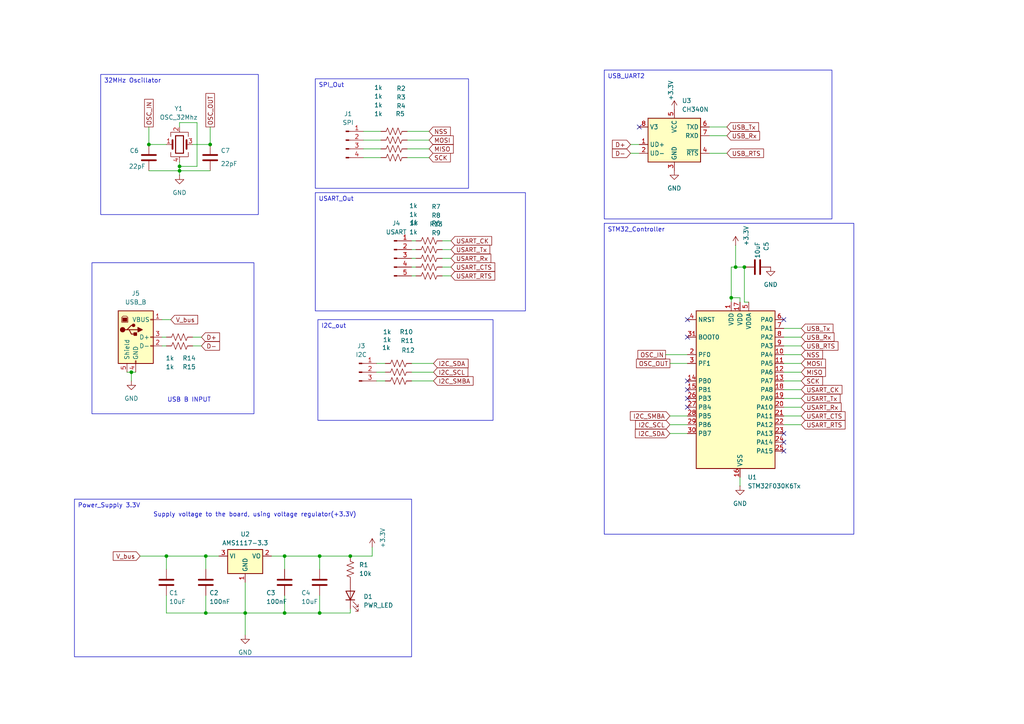
<source format=kicad_sch>
(kicad_sch (version 20231120) (generator "eeschema") (generator_version "8.0")
  (paper "A4")
  (lib_symbols
    (symbol "Connector:Conn_01x03_Pin" (pin_names (offset 1.016) hide)
      (property "Reference" "J" (at 0 5.08 0))
      (property "Value" "Conn_01x03_Pin" (at 0 -5.08 0))
      (symbol "Conn_01x03_Pin_1_1"
        (polyline (pts (xy 1.27 -2.54) (xy 0.8636 -2.54)) (stroke (width 0.1524)))
        (polyline (pts (xy 1.27 0) (xy 0.8636 0)) (stroke (width 0.1524)))
        (polyline (pts (xy 1.27 2.54) (xy 0.8636 2.54)) (stroke (width 0.1524)))
        (rectangle (start 0.8636 -2.413) (end 0 -2.667) (stroke (width 0.1524)) (fill (type outline)))
        (rectangle (start 0.8636 0.127) (end 0 -0.127) (stroke (width 0.1524)) (fill (type outline)))
        (rectangle (start 0.8636 2.667) (end 0 2.413) (stroke (width 0.1524)) (fill (type outline)))
        (pin passive line (at 5.08 2.54 180) (length 3.81) (name "Pin_1") (number "1"))
        (pin passive line (at 5.08 0 180) (length 3.81) (name "Pin_2") (number "2"))
        (pin passive line (at 5.08 -2.54 180) (length 3.81) (name "Pin_3") (number "3"))
      )
    )
    (symbol "Connector:Conn_01x04_Pin" (pin_names (offset 1.016) hide)
      (property "Reference" "J" (at 0 5.08 0))
      (property "Value" "Conn_01x04_Pin" (at 0 -7.62 0))
      (symbol "Conn_01x04_Pin_1_1"
        (polyline (pts (xy 1.27 -5.08) (xy 0.8636 -5.08)) (stroke (width 0.1524)))
        (polyline (pts (xy 1.27 -2.54) (xy 0.8636 -2.54)) (stroke (width 0.1524)))
        (polyline (pts (xy 1.27 0) (xy 0.8636 0)) (stroke (width 0.1524)))
        (polyline (pts (xy 1.27 2.54) (xy 0.8636 2.54)) (stroke (width 0.1524)))
        (rectangle (start 0.8636 -4.953) (end 0 -5.207) (stroke (width 0.1524)) (fill (type outline)))
        (rectangle (start 0.8636 -2.413) (end 0 -2.667) (stroke (width 0.1524)) (fill (type outline)))
        (rectangle (start 0.8636 0.127) (end 0 -0.127) (stroke (width 0.1524)) (fill (type outline)))
        (rectangle (start 0.8636 2.667) (end 0 2.413) (stroke (width 0.1524)) (fill (type outline)))
        (pin passive line (at 5.08 2.54 180) (length 3.81) (name "Pin_1") (number "1"))
        (pin passive line (at 5.08 0 180) (length 3.81) (name "Pin_2") (number "2"))
        (pin passive line (at 5.08 -2.54 180) (length 3.81) (name "Pin_3") (number "3"))
        (pin passive line (at 5.08 -5.08 180) (length 3.81) (name "Pin_4") (number "4"))
      )
    )
    (symbol "Connector:Conn_01x05_Pin" (pin_names (offset 1.016) hide)
      (property "Reference" "J" (at 0 7.62 0))
      (property "Value" "Conn_01x05_Pin" (at 0 -7.62 0))
      (symbol "Conn_01x05_Pin_1_1"
        (polyline (pts (xy 1.27 -5.08) (xy 0.8636 -5.08)) (stroke (width 0.1524)))
        (polyline (pts (xy 1.27 -2.54) (xy 0.8636 -2.54)) (stroke (width 0.1524)))
        (polyline (pts (xy 1.27 0) (xy 0.8636 0)) (stroke (width 0.1524)))
        (polyline (pts (xy 1.27 2.54) (xy 0.8636 2.54)) (stroke (width 0.1524)))
        (polyline (pts (xy 1.27 5.08) (xy 0.8636 5.08)) (stroke (width 0.1524)))
        (rectangle (start 0.8636 -4.953) (end 0 -5.207) (stroke (width 0.1524)) (fill (type outline)))
        (rectangle (start 0.8636 -2.413) (end 0 -2.667) (stroke (width 0.1524)) (fill (type outline)))
        (rectangle (start 0.8636 0.127) (end 0 -0.127) (stroke (width 0.1524)) (fill (type outline)))
        (rectangle (start 0.8636 2.667) (end 0 2.413) (stroke (width 0.1524)) (fill (type outline)))
        (rectangle (start 0.8636 5.207) (end 0 4.953) (stroke (width 0.1524)) (fill (type outline)))
        (pin passive line (at 5.08 5.08 180) (length 3.81) (name "Pin_1") (number "1"))
        (pin passive line (at 5.08 2.54 180) (length 3.81) (name "Pin_2") (number "2"))
        (pin passive line (at 5.08 0 180) (length 3.81) (name "Pin_3") (number "3"))
        (pin passive line (at 5.08 -2.54 180) (length 3.81) (name "Pin_4") (number "4"))
        (pin passive line (at 5.08 -5.08 180) (length 3.81) (name "Pin_5") (number "5"))
      )
    )
    (symbol "Connector:USB_B" (pin_names (offset 1.016))
      (property "Reference" "J" (at -5.08 11.43 0))
      (property "Value" "USB_B" (at -5.08 8.89 0))
      (symbol "USB_B_0_1"
        (rectangle (start -5.08 -7.62) (end 5.08 7.62) (stroke (width 0.254)) (fill (type background)))
        (circle (center -3.81 2.159) (radius 0.635) (stroke (width 0.254)) (fill (type outline)))
        (rectangle (start -3.81 5.588) (end -2.54 4.572) (fill (type outline)))
        (circle (center -0.635 3.429) (radius 0.381) (stroke (width 0.254)) (fill (type outline)))
        (rectangle (start -0.127 -7.62) (end 0.127 -6.858))
        (polyline (pts (xy -1.905 2.159) (xy 0.635 2.159)) (stroke (width 0.254)))
        (polyline (pts (xy -3.175 2.159) (xy -2.54 2.159) (xy -1.27 3.429) (xy -0.635 3.429)) (stroke (width 0.254)))
        (polyline (pts (xy -2.54 2.159) (xy -1.905 2.159) (xy -1.27 0.889) (xy 0 0.889)) (stroke (width 0.254)))
        (polyline (pts (xy 0.635 2.794) (xy 0.635 1.524) (xy 1.905 2.159) (xy 0.635 2.794)) (stroke (width 0.254)) (fill (type outline)))
        (polyline (pts (xy -4.064 4.318) (xy -2.286 4.318) (xy -2.286 5.715) (xy -2.667 6.096) (xy -3.683 6.096) (xy -4.064 5.715) (xy -4.064 4.318)))
        (rectangle (start 0.254 1.27) (end -0.508 0.508) (stroke (width 0.254)) (fill (type outline)))
        (rectangle (start 5.08 -2.667) (end 4.318 -2.413))
        (rectangle (start 5.08 -0.127) (end 4.318 0.127))
        (rectangle (start 5.08 4.953) (end 4.318 5.207))
      )
      (symbol "USB_B_1_1"
        (pin power_out line (at 7.62 5.08 180) (length 2.54) (name "VBUS") (number "1"))
        (pin bidirectional line (at 7.62 -2.54 180) (length 2.54) (name "D-") (number "2"))
        (pin bidirectional line (at 7.62 0 180) (length 2.54) (name "D+") (number "3"))
        (pin power_out line (at 0 -10.16 90) (length 2.54) (name "GND") (number "4"))
        (pin passive line (at -2.54 -10.16 90) (length 2.54) (name "Shield") (number "5"))
      )
    )
    (symbol "Device:C" (pin_numbers hide) (pin_names (offset 0.254))
      (property "Reference" "C" (at 0.635 2.54 0))
      (property "Value" "C" (at 0.635 -2.54 0))
      (symbol "C_0_1"
        (polyline (pts (xy -2.032 -0.762) (xy 2.032 -0.762)) (stroke (width 0.508)))
        (polyline (pts (xy -2.032 0.762) (xy 2.032 0.762)) (stroke (width 0.508)))
      )
      (symbol "C_1_1"
        (pin passive line (at 0 3.81 270) (length 2.794) (name "~") (number "1"))
        (pin passive line (at 0 -3.81 90) (length 2.794) (name "~") (number "2"))
      )
    )
    (symbol "Device:Crystal_GND24" (pin_names (offset 1.016) hide)
      (property "Reference" "Y" (at 3.175 5.08 0))
      (property "Value" "Crystal_GND24" (at 3.175 3.175 0))
      (symbol "Crystal_GND24_0_1"
        (rectangle (start -1.143 2.54) (end 1.143 -2.54) (stroke (width 0.3048)))
        (polyline (pts (xy -2.54 0) (xy -2.032 0)))
        (polyline (pts (xy -2.032 -1.27) (xy -2.032 1.27)) (stroke (width 0.508)))
        (polyline (pts (xy 0 -3.81) (xy 0 -3.556)))
        (polyline (pts (xy 0 3.556) (xy 0 3.81)))
        (polyline (pts (xy 2.032 -1.27) (xy 2.032 1.27)) (stroke (width 0.508)))
        (polyline (pts (xy 2.032 0) (xy 2.54 0)))
        (polyline (pts (xy -2.54 -2.286) (xy -2.54 -3.556) (xy 2.54 -3.556) (xy 2.54 -2.286)))
        (polyline (pts (xy -2.54 2.286) (xy -2.54 3.556) (xy 2.54 3.556) (xy 2.54 2.286)))
      )
      (symbol "Crystal_GND24_1_1"
        (pin passive line (at -3.81 0 0) (length 1.27) (name "1") (number "1"))
        (pin passive line (at 0 5.08 270) (length 1.27) (name "2") (number "2"))
        (pin passive line (at 3.81 0 180) (length 1.27) (name "3") (number "3"))
        (pin passive line (at 0 -5.08 90) (length 1.27) (name "4") (number "4"))
      )
    )
    (symbol "Device:LED" (pin_numbers hide) (pin_names (offset 1.016) hide)
      (property "Reference" "D" (at 0 2.54 0))
      (property "Value" "LED" (at 0 -2.54 0))
      (symbol "LED_0_1"
        (polyline (pts (xy -1.27 -1.27) (xy -1.27 1.27)) (stroke (width 0.254)))
        (polyline (pts (xy -1.27 0) (xy 1.27 0)))
        (polyline (pts (xy 1.27 -1.27) (xy 1.27 1.27) (xy -1.27 0) (xy 1.27 -1.27)) (stroke (width 0.254)))
        (polyline (pts (xy -3.048 -0.762) (xy -4.572 -2.286) (xy -3.81 -2.286) (xy -4.572 -2.286) (xy -4.572 -1.524)))
        (polyline (pts (xy -1.778 -0.762) (xy -3.302 -2.286) (xy -2.54 -2.286) (xy -3.302 -2.286) (xy -3.302 -1.524)))
      )
      (symbol "LED_1_1"
        (pin passive line (at -3.81 0 0) (length 2.54) (name "K") (number "1"))
        (pin passive line (at 3.81 0 180) (length 2.54) (name "A") (number "2"))
      )
    )
    (symbol "Device:R_US" (pin_numbers hide) (pin_names (offset 0))
      (property "Reference" "R" (at 2.54 0 90))
      (property "Value" "R_US" (at -2.54 0 90))
      (symbol "R_US_0_1"
        (polyline (pts (xy 0 -2.286) (xy 0 -2.54)))
        (polyline (pts (xy 0 2.286) (xy 0 2.54)))
        (polyline (pts (xy 0 -0.762) (xy 1.016 -1.143) (xy 0 -1.524) (xy -1.016 -1.905) (xy 0 -2.286)))
        (polyline (pts (xy 0 0.762) (xy 1.016 0.381) (xy 0 0) (xy -1.016 -0.381) (xy 0 -0.762)))
        (polyline (pts (xy 0 2.286) (xy 1.016 1.905) (xy 0 1.524) (xy -1.016 1.143) (xy 0 0.762)))
      )
      (symbol "R_US_1_1"
        (pin passive line (at 0 3.81 270) (length 1.27) (name "~") (number "1"))
        (pin passive line (at 0 -3.81 90) (length 1.27) (name "~") (number "2"))
      )
    )
    (symbol "Interface_USB:CH340N"
      (property "Reference" "U" (at -7.62 6.35 0))
      (property "Value" "CH340N" (at 7.62 6.35 0))
      (symbol "CH340N_0_1"
        (rectangle (start -7.62 5.08) (end 7.62 -7.62) (stroke (width 0.254)) (fill (type background)))
      )
      (symbol "CH340N_1_1"
        (pin bidirectional line (at -10.16 -2.54 0) (length 2.54) (name "UD+") (number "1"))
        (pin bidirectional line (at -10.16 -5.08 0) (length 2.54) (name "UD-") (number "2"))
        (pin power_in line (at 0 -10.16 90) (length 2.54) (name "GND") (number "3"))
        (pin output line (at 10.16 -5.08 180) (length 2.54) (name "~{RTS}") (number "4"))
        (pin power_in line (at 0 7.62 270) (length 2.54) (name "VCC") (number "5"))
        (pin output line (at 10.16 2.54 180) (length 2.54) (name "TXD") (number "6"))
        (pin input line (at 10.16 0 180) (length 2.54) (name "RXD") (number "7"))
        (pin passive line (at -10.16 2.54 0) (length 2.54) (name "V3") (number "8"))
      )
    )
    (symbol "MCU_ST_STM32F0:STM32F030K6Tx"
      (property "Reference" "U" (at -10.16 24.13 0))
      (property "Value" "STM32F030K6Tx" (at 7.62 24.13 0))
      (symbol "STM32F030K6Tx_0_1"
        (rectangle (start -10.16 -22.86) (end 12.7 22.86) (stroke (width 0.254)) (fill (type background)))
      )
      (symbol "STM32F030K6Tx_1_1"
        (pin power_in line (at 0 25.4 270) (length 2.54) (name "VDD") (number "1"))
        (pin bidirectional line (at 15.24 10.16 180) (length 2.54) (name "PA4") (number "10"))
        (pin bidirectional line (at 15.24 7.62 180) (length 2.54) (name "PA5") (number "11"))
        (pin bidirectional line (at 15.24 5.08 180) (length 2.54) (name "PA6") (number "12"))
        (pin bidirectional line (at 15.24 2.54 180) (length 2.54) (name "PA7") (number "13"))
        (pin bidirectional line (at -12.7 2.54 0) (length 2.54) (name "PB0") (number "14"))
        (pin bidirectional line (at -12.7 0 0) (length 2.54) (name "PB1") (number "15"))
        (pin power_in line (at 2.54 -25.4 90) (length 2.54) (name "VSS") (number "16"))
        (pin power_in line (at 2.54 25.4 270) (length 2.54) (name "VDD") (number "17"))
        (pin bidirectional line (at 15.24 0 180) (length 2.54) (name "PA8") (number "18"))
        (pin bidirectional line (at 15.24 -2.54 180) (length 2.54) (name "PA9") (number "19"))
        (pin bidirectional line (at -12.7 10.16 0) (length 2.54) (name "PF0") (number "2"))
        (pin bidirectional line (at 15.24 -5.08 180) (length 2.54) (name "PA10") (number "20"))
        (pin bidirectional line (at 15.24 -7.62 180) (length 2.54) (name "PA11") (number "21"))
        (pin bidirectional line (at 15.24 -10.16 180) (length 2.54) (name "PA12") (number "22"))
        (pin bidirectional line (at 15.24 -12.7 180) (length 2.54) (name "PA13") (number "23"))
        (pin bidirectional line (at 15.24 -15.24 180) (length 2.54) (name "PA14") (number "24"))
        (pin bidirectional line (at 15.24 -17.78 180) (length 2.54) (name "PA15") (number "25"))
        (pin bidirectional line (at -12.7 -2.54 0) (length 2.54) (name "PB3") (number "26"))
        (pin bidirectional line (at -12.7 -5.08 0) (length 2.54) (name "PB4") (number "27"))
        (pin bidirectional line (at -12.7 -7.62 0) (length 2.54) (name "PB5") (number "28"))
        (pin bidirectional line (at -12.7 -10.16 0) (length 2.54) (name "PB6") (number "29"))
        (pin bidirectional line (at -12.7 7.62 0) (length 2.54) (name "PF1") (number "3"))
        (pin bidirectional line (at -12.7 -12.7 0) (length 2.54) (name "PB7") (number "30"))
        (pin input line (at -12.7 15.24 0) (length 2.54) (name "BOOT0") (number "31"))
        (pin passive line (at 2.54 -25.4 90) (length 2.54) hide (name "VSS") (number "32"))
        (pin input line (at -12.7 20.32 0) (length 2.54) (name "NRST") (number "4"))
        (pin power_in line (at 5.08 25.4 270) (length 2.54) (name "VDDA") (number "5"))
        (pin bidirectional line (at 15.24 20.32 180) (length 2.54) (name "PA0") (number "6"))
        (pin bidirectional line (at 15.24 17.78 180) (length 2.54) (name "PA1") (number "7"))
        (pin bidirectional line (at 15.24 15.24 180) (length 2.54) (name "PA2") (number "8"))
        (pin bidirectional line (at 15.24 12.7 180) (length 2.54) (name "PA3") (number "9"))
      )
    )
    (symbol "Regulator_Linear:AMS1117-3.3"
      (property "Reference" "U" (at -3.81 3.175 0))
      (property "Value" "AMS1117-3.3" (at 0 3.175 0))
      (symbol "AMS1117-3.3_0_1"
        (rectangle (start -5.08 -5.08) (end 5.08 1.905) (stroke (width 0.254)) (fill (type background)))
      )
      (symbol "AMS1117-3.3_1_1"
        (pin power_in line (at 0 -7.62 90) (length 2.54) (name "GND") (number "1"))
        (pin power_out line (at 7.62 0 180) (length 2.54) (name "VO") (number "2"))
        (pin power_in line (at -7.62 0 0) (length 2.54) (name "VI") (number "3"))
      )
    )
    (symbol "power:+3.3V" (power) (pin_numbers hide) (pin_names (offset 0) hide)
      (property "Value" "+3.3V" (at 0 3.556 0))
      (symbol "+3.3V_0_1"
        (polyline (pts (xy -0.762 1.27) (xy 0 2.54)))
        (polyline (pts (xy 0 0) (xy 0 2.54)))
        (polyline (pts (xy 0 2.54) (xy 0.762 1.27)))
      )
      (symbol "+3.3V_1_1"
        (pin power_in line (at 0 0 90) (length 0) (name "~") (number "1"))
      )
    )
    (symbol "power:GND" (power) (pin_numbers hide) (pin_names (offset 0) hide)
      (property "Value" "GND" (at 0 -3.81 0))
      (symbol "GND_0_1"
        (polyline (pts (xy 0 0) (xy 0 -1.27) (xy 1.27 -1.27) (xy 0 -2.54) (xy -1.27 -1.27) (xy 0 -1.27)))
      )
      (symbol "GND_1_1"
        (pin power_in line (at 0 0 270) (length 0) (name "~") (number "1"))
      )
    )
  )
  (junction (at 59.69 177.8))
  (junction (at 71.12 177.8))
  (junction (at 92.71 177.8))
  (junction (at 82.55 177.8))
  (junction (at 92.71 161.29))
  (junction (at 60.96 41.91))
  (junction (at 101.6 161.29))
  (junction (at 48.26 161.29))
  (junction (at 59.69 161.29))
  (junction (at 43.18 41.91))
  (junction (at 52.07 48.26))
  (junction (at 213.36 77.47))
  (junction (at 215.9 77.47))
  (junction (at 52.07 49.53))
  (junction (at 82.55 161.29))
  (junction (at 38.1 107.95))
  (junction (at 212.09 86.36))
  (no_connect (at 199.39 115.57))
  (no_connect (at 199.39 118.11))
  (no_connect (at 227.33 125.73))
  (no_connect (at 227.33 130.81))
  (no_connect (at 227.33 92.71))
  (no_connect (at 199.39 113.03))
  (no_connect (at 199.39 97.79))
  (no_connect (at 199.39 92.71))
  (no_connect (at 227.33 128.27))
  (no_connect (at 185.42 36.83))
  (no_connect (at 199.39 110.49))
  (wire (pts (xy 227.33 113.03) (xy 232.41 113.03)))
  (wire (pts (xy 124.46 40.64) (xy 118.11 40.64)))
  (wire (pts (xy 57.15 48.26) (xy 52.07 48.26)))
  (wire (pts (xy 110.49 43.18) (xy 105.41 43.18)))
  (wire (pts (xy 52.07 46.99) (xy 52.07 48.26)))
  (wire (pts (xy 60.96 36.83) (xy 60.96 41.91)))
  (wire (pts (xy 119.38 69.85) (xy 120.65 69.85)))
  (wire (pts (xy 71.12 177.8) (xy 82.55 177.8)))
  (wire (pts (xy 107.95 158.75) (xy 107.95 161.29)))
  (wire (pts (xy 215.9 87.63) (xy 217.17 87.63)))
  (wire (pts (xy 71.12 177.8) (xy 71.12 184.15)))
  (wire (pts (xy 213.36 77.47) (xy 215.9 77.47)))
  (wire (pts (xy 55.88 41.91) (xy 60.96 41.91)))
  (wire (pts (xy 101.6 176.53) (xy 101.6 177.8)))
  (wire (pts (xy 57.15 35.56) (xy 57.15 48.26)))
  (wire (pts (xy 128.27 77.47) (xy 130.81 77.47)))
  (wire (pts (xy 227.33 95.25) (xy 232.41 95.25)))
  (wire (pts (xy 59.69 161.29) (xy 59.69 165.1)))
  (wire (pts (xy 214.63 138.43) (xy 214.63 140.97)))
  (wire (pts (xy 109.22 110.49) (xy 111.76 110.49)))
  (wire (pts (xy 124.46 43.18) (xy 118.11 43.18)))
  (wire (pts (xy 60.96 49.53) (xy 52.07 49.53)))
  (wire (pts (xy 92.71 172.72) (xy 92.71 177.8)))
  (wire (pts (xy 110.49 45.72) (xy 105.41 45.72)))
  (wire (pts (xy 119.38 105.41) (xy 125.73 105.41)))
  (wire (pts (xy 212.09 77.47) (xy 212.09 86.36)))
  (wire (pts (xy 119.38 110.49) (xy 125.73 110.49)))
  (wire (pts (xy 58.42 97.79) (xy 55.88 97.79)))
  (wire (pts (xy 227.33 115.57) (xy 232.41 115.57)))
  (wire (pts (xy 119.38 74.93) (xy 120.65 74.93)))
  (wire (pts (xy 119.38 107.95) (xy 125.73 107.95)))
  (wire (pts (xy 101.6 161.29) (xy 107.95 161.29)))
  (wire (pts (xy 109.22 105.41) (xy 111.76 105.41)))
  (wire (pts (xy 48.26 161.29) (xy 59.69 161.29)))
  (wire (pts (xy 48.26 165.1) (xy 48.26 161.29)))
  (wire (pts (xy 48.26 177.8) (xy 59.69 177.8)))
  (wire (pts (xy 227.33 123.19) (xy 232.41 123.19)))
  (wire (pts (xy 82.55 161.29) (xy 92.71 161.29)))
  (wire (pts (xy 227.33 100.33) (xy 232.41 100.33)))
  (wire (pts (xy 78.74 161.29) (xy 82.55 161.29)))
  (wire (pts (xy 43.18 49.53) (xy 52.07 49.53)))
  (wire (pts (xy 82.55 172.72) (xy 82.55 177.8)))
  (wire (pts (xy 38.1 110.49) (xy 38.1 107.95)))
  (wire (pts (xy 59.69 161.29) (xy 63.5 161.29)))
  (wire (pts (xy 109.22 107.95) (xy 111.76 107.95)))
  (wire (pts (xy 227.33 110.49) (xy 232.41 110.49)))
  (wire (pts (xy 212.09 86.36) (xy 212.09 87.63)))
  (wire (pts (xy 43.18 41.91) (xy 48.26 41.91)))
  (wire (pts (xy 194.31 123.19) (xy 199.39 123.19)))
  (wire (pts (xy 227.33 107.95) (xy 232.41 107.95)))
  (wire (pts (xy 119.38 77.47) (xy 120.65 77.47)))
  (wire (pts (xy 212.09 77.47) (xy 213.36 77.47)))
  (wire (pts (xy 128.27 80.01) (xy 130.81 80.01)))
  (wire (pts (xy 38.1 107.95) (xy 39.37 107.95)))
  (wire (pts (xy 52.07 36.83) (xy 52.07 35.56)))
  (wire (pts (xy 40.64 161.29) (xy 48.26 161.29)))
  (wire (pts (xy 214.63 86.36) (xy 214.63 87.63)))
  (wire (pts (xy 212.09 86.36) (xy 214.63 86.36)))
  (wire (pts (xy 59.69 177.8) (xy 71.12 177.8)))
  (wire (pts (xy 110.49 40.64) (xy 105.41 40.64)))
  (wire (pts (xy 193.04 102.87) (xy 199.39 102.87)))
  (wire (pts (xy 48.26 172.72) (xy 48.26 177.8)))
  (wire (pts (xy 46.99 92.71) (xy 49.53 92.71)))
  (wire (pts (xy 194.31 120.65) (xy 199.39 120.65)))
  (wire (pts (xy 213.36 71.12) (xy 213.36 77.47)))
  (wire (pts (xy 38.1 107.95) (xy 36.83 107.95)))
  (wire (pts (xy 182.88 41.91) (xy 185.42 41.91)))
  (wire (pts (xy 227.33 97.79) (xy 232.41 97.79)))
  (wire (pts (xy 205.74 39.37) (xy 210.82 39.37)))
  (wire (pts (xy 182.88 44.45) (xy 185.42 44.45)))
  (wire (pts (xy 215.9 77.47) (xy 215.9 87.63)))
  (wire (pts (xy 105.41 38.1) (xy 110.49 38.1)))
  (wire (pts (xy 128.27 74.93) (xy 130.81 74.93)))
  (wire (pts (xy 82.55 177.8) (xy 92.71 177.8)))
  (wire (pts (xy 52.07 48.26) (xy 52.07 49.53)))
  (wire (pts (xy 227.33 120.65) (xy 232.41 120.65)))
  (wire (pts (xy 82.55 161.29) (xy 82.55 165.1)))
  (wire (pts (xy 92.71 161.29) (xy 92.71 165.1)))
  (wire (pts (xy 205.74 44.45) (xy 210.82 44.45)))
  (wire (pts (xy 59.69 172.72) (xy 59.69 177.8)))
  (wire (pts (xy 227.33 102.87) (xy 232.41 102.87)))
  (wire (pts (xy 71.12 168.91) (xy 71.12 177.8)))
  (wire (pts (xy 43.18 36.83) (xy 43.18 41.91)))
  (wire (pts (xy 48.26 97.79) (xy 46.99 97.79)))
  (wire (pts (xy 52.07 49.53) (xy 52.07 50.8)))
  (wire (pts (xy 92.71 161.29) (xy 101.6 161.29)))
  (wire (pts (xy 119.38 72.39) (xy 120.65 72.39)))
  (wire (pts (xy 205.74 36.83) (xy 210.82 36.83)))
  (wire (pts (xy 124.46 45.72) (xy 118.11 45.72)))
  (wire (pts (xy 194.31 105.41) (xy 199.39 105.41)))
  (wire (pts (xy 58.42 100.33) (xy 55.88 100.33)))
  (wire (pts (xy 227.33 105.41) (xy 232.41 105.41)))
  (wire (pts (xy 48.26 100.33) (xy 46.99 100.33)))
  (wire (pts (xy 194.31 125.73) (xy 199.39 125.73)))
  (wire (pts (xy 52.07 35.56) (xy 57.15 35.56)))
  (wire (pts (xy 128.27 69.85) (xy 130.81 69.85)))
  (wire (pts (xy 128.27 72.39) (xy 130.81 72.39)))
  (wire (pts (xy 92.71 177.8) (xy 101.6 177.8)))
  (wire (pts (xy 118.11 38.1) (xy 124.46 38.1)))
  (wire (pts (xy 119.38 80.01) (xy 120.65 80.01)))
  (wire (pts (xy 227.33 118.11) (xy 232.41 118.11)))
  (rectangle (start 26.67 76.2) (end 73.66 120.015))
  (text_box "USB_UART2\n" (at 175.26 20.32 0) (size 66.04 43.18) (effects (font (size 1.27 1.27)) (justify left top)))
  (text_box "Power_Supply 3.3V\n" (at 21.59 144.78 0) (size 97.79 45.72) (effects (font (size 1.27 1.27)) (justify left top)))
  (text_box "USART_Out\n" (at 91.44 55.88 0) (size 60.96 34.29) (effects (font (size 1.27 1.27)) (justify left top)))
  (text_box "STM32_Controller" (at 175.26 64.77 0) (size 72.39 90.17) (effects (font (size 1.27 1.27)) (justify left top)))
  (text_box "SPI_Out\n" (at 91.44 22.86 0) (size 44.45 31.75) (effects (font (size 1.27 1.27)) (justify left top)))
  (text_box "32MHz Oscillator" (at 29.21 21.59 0) (size 45.72 40.64) (effects (font (size 1.27 1.27)) (justify left top)))
  (text_box "I2C_out\n" (at 92.202 92.71 0) (size 50.8 29.21) (effects (font (size 1.27 1.27)) (justify left top)))
  (text "USB B INPUT\n\n" (at 54.864 117.094 0) (effects (font (size 1.27 1.27))))
  (text "Supply voltage to the board, using voltage regulator(+3.3V)" (at 73.914 149.352 0) (effects (font (size 1.27 1.27))))
  (global_label "SCK" (shape input) (at 124.46 45.72 0) (property "Intersheetrefs" "${INTERSHEET_REFS}" (effects (hide yes))))
  (global_label "D-" (shape input) (at 182.88 44.45 180) (property "Intersheetrefs" "${INTERSHEET_REFS}" (effects (hide yes))))
  (global_label "I2C_SMBA" (shape input) (at 194.31 120.65 180) (property "Intersheetrefs" "${INTERSHEET_REFS}" (effects (hide yes))))
  (global_label "V_bus" (shape input) (at 40.64 161.29 180) (property "Intersheetrefs" "${INTERSHEET_REFS}" (effects (hide yes))))
  (global_label "SCK" (shape input) (at 232.41 110.49 0) (property "Intersheetrefs" "${INTERSHEET_REFS}" (effects (hide yes))))
  (global_label "USB_RTS" (shape input) (at 232.41 100.33 0) (property "Intersheetrefs" "${INTERSHEET_REFS}" (effects (hide yes))))
  (global_label "USART_CK" (shape input) (at 130.81 69.85 0) (property "Intersheetrefs" "${INTERSHEET_REFS}" (effects (hide yes))))
  (global_label "MISO" (shape input) (at 124.46 43.18 0) (property "Intersheetrefs" "${INTERSHEET_REFS}" (effects (hide yes))))
  (global_label "USB_Rx" (shape input) (at 232.41 97.79 0) (property "Intersheetrefs" "${INTERSHEET_REFS}" (effects (hide yes))))
  (global_label "I2C_SCL" (shape input) (at 194.31 123.19 180) (property "Intersheetrefs" "${INTERSHEET_REFS}" (effects (hide yes))))
  (global_label "OSC_OUT" (shape passive) (at 60.96 36.83 90) (property "Intersheetrefs" "${INTERSHEET_REFS}" (effects (hide yes))))
  (global_label "I2C_SDA" (shape input) (at 194.31 125.73 180) (property "Intersheetrefs" "${INTERSHEET_REFS}" (effects (hide yes))))
  (global_label "MOSI" (shape input) (at 232.41 105.41 0) (property "Intersheetrefs" "${INTERSHEET_REFS}" (effects (hide yes))))
  (global_label "D+" (shape input) (at 182.88 41.91 180) (property "Intersheetrefs" "${INTERSHEET_REFS}" (effects (hide yes))))
  (global_label "USB_RTS" (shape input) (at 210.82 44.45 0) (property "Intersheetrefs" "${INTERSHEET_REFS}" (effects (hide yes))))
  (global_label "I2C_SCL" (shape input) (at 125.73 107.95 0) (property "Intersheetrefs" "${INTERSHEET_REFS}" (effects (hide yes))))
  (global_label "MISO" (shape input) (at 232.41 107.95 0) (property "Intersheetrefs" "${INTERSHEET_REFS}" (effects (hide yes))))
  (global_label "USB_Rx" (shape input) (at 210.82 39.37 0) (property "Intersheetrefs" "${INTERSHEET_REFS}" (effects (hide yes))))
  (global_label "D-" (shape input) (at 58.42 100.33 0) (property "Intersheetrefs" "${INTERSHEET_REFS}" (effects (hide yes))))
  (global_label "OSC_OUT" (shape passive) (at 194.31 105.41 180) (property "Intersheetrefs" "${INTERSHEET_REFS}" (effects (hide yes))))
  (global_label "D+" (shape input) (at 58.42 97.79 0) (property "Intersheetrefs" "${INTERSHEET_REFS}" (effects (hide yes))))
  (global_label "USB_Tx" (shape input) (at 232.41 95.25 0) (property "Intersheetrefs" "${INTERSHEET_REFS}" (effects (hide yes))))
  (global_label "I2C_SMBA" (shape input) (at 125.73 110.49 0) (property "Intersheetrefs" "${INTERSHEET_REFS}" (effects (hide yes))))
  (global_label "I2C_SDA" (shape input) (at 125.73 105.41 0) (property "Intersheetrefs" "${INTERSHEET_REFS}" (effects (hide yes))))
  (global_label "USART_CTS" (shape input) (at 232.41 120.65 0) (property "Intersheetrefs" "${INTERSHEET_REFS}" (effects (hide yes))))
  (global_label "USART_Tx" (shape input) (at 130.81 72.39 0) (property "Intersheetrefs" "${INTERSHEET_REFS}" (effects (hide yes))))
  (global_label "USART_CTS" (shape input) (at 130.81 77.47 0) (property "Intersheetrefs" "${INTERSHEET_REFS}" (effects (hide yes))))
  (global_label "USART_RTS" (shape input) (at 130.81 80.01 0) (property "Intersheetrefs" "${INTERSHEET_REFS}" (effects (hide yes))))
  (global_label "NSS" (shape input) (at 232.41 102.87 0) (property "Intersheetrefs" "${INTERSHEET_REFS}" (effects (hide yes))))
  (global_label "USART_CK" (shape input) (at 232.41 113.03 0) (property "Intersheetrefs" "${INTERSHEET_REFS}" (effects (hide yes))))
  (global_label "MOSI" (shape input) (at 124.46 40.64 0) (property "Intersheetrefs" "${INTERSHEET_REFS}" (effects (hide yes))))
  (global_label "USART_RTS" (shape input) (at 232.41 123.19 0) (property "Intersheetrefs" "${INTERSHEET_REFS}" (effects (hide yes))))
  (global_label "OSC_IN" (shape passive) (at 43.18 36.83 90) (property "Intersheetrefs" "${INTERSHEET_REFS}" (effects (hide yes))))
  (global_label "V_bus" (shape input) (at 49.53 92.71 0) (property "Intersheetrefs" "${INTERSHEET_REFS}" (effects (hide yes))))
  (global_label "NSS" (shape input) (at 124.46 38.1 0) (property "Intersheetrefs" "${INTERSHEET_REFS}" (effects (hide yes))))
  (global_label "OSC_IN" (shape passive) (at 193.04 102.87 180) (property "Intersheetrefs" "${INTERSHEET_REFS}" (effects (hide yes))))
  (global_label "USART_Rx" (shape input) (at 130.81 74.93 0) (property "Intersheetrefs" "${INTERSHEET_REFS}" (effects (hide yes))))
  (global_label "USART_Rx" (shape input) (at 232.41 118.11 0) (property "Intersheetrefs" "${INTERSHEET_REFS}" (effects (hide yes))))
  (global_label "USART_Tx" (shape input) (at 232.41 115.57 0) (property "Intersheetrefs" "${INTERSHEET_REFS}" (effects (hide yes))))
  (global_label "USB_Tx" (shape input) (at 210.82 36.83 0) (property "Intersheetrefs" "${INTERSHEET_REFS}" (effects (hide yes))))
  (symbol (lib_id "power:+3.3V") (at 107.95 158.75 0) (unit 1)
    (property "Reference" "#PWR04" (effects (hide yes)))
    (property "Value" "+3.3V" (at 110.998 159.004 90) (effects (justify left)))
    (property "Description" "Power symbol creates a global label with name \"+3.3V\"" (effects (hide yes)))
  )
  (symbol (lib_id "MCU_ST_STM32F0:STM32F030K6Tx") (at 212.09 113.03 0) (unit 1)
    (property "Reference" "U1" (at 216.8241 138.43 0) (effects (justify left)))
    (property "Value" "STM32F030K6Tx" (at 216.8241 140.97 0) (effects (justify left)))
    (property "Footprint" "Package_QFP:LQFP-32_7x7mm_P0.8mm" (effects (hide yes)))
    (property "Datasheet" "https://www.st.com/resource/en/datasheet/stm32f030k6.pdf" (effects (hide yes)))
    (property "Description" "STMicroelectronics Arm Cortex-M0 MCU, 32KB flash, 4KB RAM, 48 MHz, 2.4-3.6V, 25 GPIO, LQFP32" (effects (hide yes)))
  )
  (symbol (lib_id "Connector:Conn_01x03_Pin") (at 104.14 107.95 0) (unit 1)
    (property "Reference" "J3" (at 104.775 100.33 0))
    (property "Value" "I2C" (at 104.775 102.87 0))
    (property "Footprint" "Connector_PinHeader_2.54mm:PinHeader_1x03_P2.54mm_Vertical" (effects (hide yes)))
    (property "Description" "Generic connector, single row, 01x03, script generated" (effects (hide yes)))
  )
  (symbol (lib_id "Device:R_US") (at 124.46 74.93 90) (unit 1)
    (property "Reference" "R8" (at 126.492 62.484 90))
    (property "Value" "1k" (at 119.888 62.23 90))
    (property "Footprint" "Resistor_SMD:R_0805_2012Metric" (effects (hide yes)))
    (property "Description" "Resistor, US symbol" (effects (hide yes)))
  )
  (symbol (lib_id "power:+3.3V") (at 195.58 31.75 0) (unit 1)
    (property "Reference" "#PWR01" (effects (hide yes)))
    (property "Value" "+3.3V" (at 194.564 29.21 90) (effects (justify left)))
    (property "Description" "Power symbol creates a global label with name \"+3.3V\"" (effects (hide yes)))
  )
  (symbol (lib_id "Device:C") (at 43.18 45.72 0) (unit 1)
    (property "Reference" "C6" (at 37.592 43.688 0) (effects (justify left)))
    (property "Value" "22pF" (at 37.338 48.26 0) (effects (justify left)))
    (property "Footprint" "Capacitor_SMD:C_0805_2012Metric" (effects (hide yes)))
    (property "Description" "Unpolarized capacitor" (effects (hide yes)))
  )
  (symbol (lib_id "Device:Crystal_GND24") (at 52.07 41.91 0) (unit 1)
    (property "Reference" "Y1" (at 51.816 31.496 0))
    (property "Value" "OSC_32Mhz" (at 51.816 34.036 0))
    (property "Footprint" "Crystal:Crystal_SMD_7050-4Pin_7.0x5.0mm" (effects (hide yes)))
    (property "Description" "Four pin crystal, GND on pins 2 and 4" (effects (hide yes)))
  )
  (symbol (lib_id "Device:R_US") (at 52.07 100.33 90) (unit 1)
    (property "Reference" "R15" (at 54.864 106.426 90))
    (property "Value" "1k" (at 49.276 106.426 90))
    (property "Footprint" "Resistor_SMD:R_0805_2012Metric" (effects (hide yes)))
    (property "Description" "Resistor, US symbol" (effects (hide yes)))
  )
  (symbol (lib_id "Regulator_Linear:AMS1117-3.3") (at 71.12 161.29 0) (unit 1)
    (property "Reference" "U2" (at 71.12 154.94 0))
    (property "Value" "AMS1117-3.3" (at 71.12 157.48 0))
    (property "Footprint" "Package_TO_SOT_SMD:SOT-223-3_TabPin2" (effects (hide yes)))
    (property "Datasheet" "http://www.advanced-monolithic.com/pdf/ds1117.pdf" (effects (hide yes)))
    (property "Description" "1A Low Dropout regulator, positive, 3.3V fixed output, SOT-223" (effects (hide yes)))
  )
  (symbol (lib_id "Device:C") (at 48.26 168.91 0) (unit 1)
    (property "Reference" "C1" (at 49.022 171.958 0) (effects (justify left)))
    (property "Value" "10uF" (at 49.022 174.498 0) (effects (justify left)))
    (property "Footprint" "Capacitor_SMD:C_0805_2012Metric" (effects (hide yes)))
    (property "Description" "Unpolarized capacitor" (effects (hide yes)))
  )
  (symbol (lib_id "Device:R_US") (at 124.46 80.01 90) (unit 1)
    (property "Reference" "R9" (at 126.492 67.564 90))
    (property "Value" "1k" (at 119.888 67.31 90))
    (property "Footprint" "Resistor_SMD:R_0805_2012Metric" (effects (hide yes)))
    (property "Description" "Resistor, US symbol" (effects (hide yes)))
  )
  (symbol (lib_id "power:GND") (at 214.63 140.97 0) (unit 1)
    (property "Reference" "#PWR07" (effects (hide yes)))
    (property "Value" "GND" (at 214.63 146.05 0))
    (property "Description" "Power symbol creates a global label with name \"GND\" , ground" (effects (hide yes)))
  )
  (symbol (lib_id "Device:R_US") (at 124.46 72.39 90) (unit 1)
    (property "Reference" "R7" (at 126.492 59.944 90))
    (property "Value" "1k" (at 119.888 59.69 90))
    (property "Footprint" "Resistor_SMD:R_0805_2012Metric" (effects (hide yes)))
    (property "Description" "Resistor, US symbol" (effects (hide yes)))
  )
  (symbol (lib_id "Connector:Conn_01x04_Pin") (at 100.33 40.64 0) (unit 1)
    (property "Reference" "J1" (at 100.965 33.02 0))
    (property "Value" "SPI" (at 100.965 35.56 0))
    (property "Footprint" "Connector_PinHeader_2.54mm:PinHeader_1x04_P2.54mm_Vertical" (effects (hide yes)))
    (property "Description" "Generic connector, single row, 01x04, script generated" (effects (hide yes)))
  )
  (symbol (lib_id "Device:R_US") (at 114.3 40.64 90) (unit 1)
    (property "Reference" "R3" (at 116.332 28.194 90))
    (property "Value" "1k" (at 109.728 27.94 90))
    (property "Footprint" "Resistor_SMD:R_0805_2012Metric" (effects (hide yes)))
    (property "Description" "Resistor, US symbol" (effects (hide yes)))
  )
  (symbol (lib_id "Connector:Conn_01x05_Pin") (at 114.3 74.93 0) (unit 1)
    (property "Reference" "J4" (at 114.935 64.77 0))
    (property "Value" "USART" (at 114.935 67.31 0))
    (property "Footprint" "Connector_PinHeader_2.54mm:PinHeader_1x05_P2.54mm_Vertical" (effects (hide yes)))
    (property "Description" "Generic connector, single row, 01x05, script generated" (effects (hide yes)))
  )
  (symbol (lib_id "power:GND") (at 71.12 184.15 0) (unit 1)
    (property "Reference" "#PWR03" (effects (hide yes)))
    (property "Value" "GND" (at 71.12 189.23 0))
    (property "Description" "Power symbol creates a global label with name \"GND\" , ground" (effects (hide yes)))
  )
  (symbol (lib_id "Device:C") (at 59.69 168.91 0) (unit 1)
    (property "Reference" "C2" (at 60.706 171.958 0) (effects (justify left)))
    (property "Value" "100nF" (at 60.706 174.498 0) (effects (justify left)))
    (property "Footprint" "Capacitor_SMD:C_0805_2012Metric" (effects (hide yes)))
    (property "Description" "Unpolarized capacitor" (effects (hide yes)))
  )
  (symbol (lib_id "Device:C") (at 92.71 168.91 0) (unit 1)
    (property "Reference" "C4" (at 87.376 171.958 0) (effects (justify left)))
    (property "Value" "10uF" (at 87.376 174.498 0) (effects (justify left)))
    (property "Footprint" "Capacitor_SMD:C_0805_2012Metric" (effects (hide yes)))
    (property "Description" "Unpolarized capacitor" (effects (hide yes)))
  )
  (symbol (lib_id "Device:R_US") (at 52.07 97.79 90) (unit 1)
    (property "Reference" "R14" (at 54.864 103.886 90))
    (property "Value" "1k" (at 49.276 103.886 90))
    (property "Footprint" "Resistor_SMD:R_0805_2012Metric" (effects (hide yes)))
    (property "Description" "Resistor, US symbol" (effects (hide yes)))
  )
  (symbol (lib_id "Device:C") (at 60.96 45.72 0) (unit 1)
    (property "Reference" "C7" (at 64.008 43.688 0) (effects (justify left)))
    (property "Value" "22pF" (at 64.008 47.498 0) (effects (justify left)))
    (property "Footprint" "Capacitor_SMD:C_0805_2012Metric" (effects (hide yes)))
    (property "Description" "Unpolarized capacitor" (effects (hide yes)))
  )
  (symbol (lib_id "power:GND") (at 52.07 50.8 0) (unit 1)
    (property "Reference" "#PWR08" (effects (hide yes)))
    (property "Value" "GND" (at 52.07 55.88 0))
    (property "Description" "Power symbol creates a global label with name \"GND\" , ground" (effects (hide yes)))
  )
  (symbol (lib_id "Device:LED") (at 101.6 172.72 90) (unit 1)
    (property "Reference" "D1" (at 105.41 173.0374 90) (effects (justify right)))
    (property "Value" "PWR_LED" (at 105.41 175.5774 90) (effects (justify right)))
    (property "Footprint" "LED_SMD:LED_0805_2012Metric" (effects (hide yes)))
    (property "Description" "Light emitting diode" (effects (hide yes)))
  )
  (symbol (lib_id "Device:R_US") (at 115.57 105.41 90) (unit 1)
    (property "Reference" "R10" (at 117.856 96.266 90))
    (property "Value" "1k" (at 112.268 96.266 90))
    (property "Footprint" "Resistor_SMD:R_0805_2012Metric" (effects (hide yes)))
    (property "Description" "Resistor, US symbol" (effects (hide yes)))
  )
  (symbol (lib_id "power:GND") (at 38.1 110.49 0) (unit 1)
    (property "Reference" "#PWR09" (effects (hide yes)))
    (property "Value" "GND" (at 38.1 115.57 0))
    (property "Description" "Power symbol creates a global label with name \"GND\" , ground" (effects (hide yes)))
  )
  (symbol (lib_id "Device:R_US") (at 101.6 165.1 180) (unit 1)
    (property "Reference" "R1" (at 104.14 163.8299 0) (effects (justify right)))
    (property "Value" "10k" (at 104.14 166.3699 0) (effects (justify right)))
    (property "Footprint" "Resistor_SMD:R_0805_2012Metric" (effects (hide yes)))
    (property "Description" "Resistor, US symbol" (effects (hide yes)))
  )
  (symbol (lib_id "Interface_USB:CH340N") (at 195.58 39.37 0) (unit 1)
    (property "Reference" "U3" (at 197.7741 29.21 0) (effects (justify left)))
    (property "Value" "CH340N" (at 197.7741 31.75 0) (effects (justify left)))
    (property "Footprint" "Package_SO:SOP-8_3.9x4.9mm_P1.27mm" (effects (hide yes)))
    (property "Datasheet" "https://aitendo3.sakura.ne.jp/aitendo_data/product_img/ic/inteface/CH340N/ch340n.pdf" (effects (hide yes)))
    (property "Description" "USB serial converter, 2Mbps, UART, SOP-8" (effects (hide yes)))
  )
  (symbol (lib_id "Device:C") (at 219.71 77.47 270) (unit 1)
    (property "Reference" "C5" (at 222.25 70.104 0) (effects (justify left)))
    (property "Value" "10uF" (at 219.71 70.104 0) (effects (justify left)))
    (property "Footprint" "Capacitor_SMD:C_0805_2012Metric" (effects (hide yes)))
    (property "Description" "Unpolarized capacitor" (effects (hide yes)))
  )
  (symbol (lib_id "power:GND") (at 223.52 77.47 0) (unit 1)
    (property "Reference" "#PWR06" (effects (hide yes)))
    (property "Value" "GND" (at 223.52 82.55 0))
    (property "Description" "Power symbol creates a global label with name \"GND\" , ground" (effects (hide yes)))
  )
  (symbol (lib_id "Device:R_US") (at 114.3 45.72 90) (unit 1)
    (property "Reference" "R5" (at 116.078 33.02 90))
    (property "Value" "1k" (at 109.728 33.02 90))
    (property "Footprint" "Resistor_SMD:R_0805_2012Metric" (effects (hide yes)))
    (property "Description" "Resistor, US symbol" (effects (hide yes)))
  )
  (symbol (lib_id "Connector:USB_B") (at 39.37 97.79 0) (unit 1)
    (property "Reference" "J5" (at 39.37 85.09 0))
    (property "Value" "USB_B" (at 39.37 87.63 0))
    (property "Footprint" "Connector_USB:USB_B_Lumberg_2411_02_Horizontal" (effects (hide yes)))
    (property "Datasheet" " ~" (effects (hide yes)))
    (property "Description" "USB Type B connector" (effects (hide yes)))
  )
  (symbol (lib_id "Device:R_US") (at 114.3 43.18 90) (unit 1)
    (property "Reference" "R4" (at 116.332 30.734 90))
    (property "Value" "1k" (at 109.728 30.48 90))
    (property "Footprint" "Resistor_SMD:R_0805_2012Metric" (effects (hide yes)))
    (property "Description" "Resistor, US symbol" (effects (hide yes)))
  )
  (symbol (lib_id "power:GND") (at 195.58 49.53 0) (unit 1)
    (property "Reference" "#PWR02" (effects (hide yes)))
    (property "Value" "GND" (at 195.58 54.61 0))
    (property "Description" "Power symbol creates a global label with name \"GND\" , ground" (effects (hide yes)))
  )
  (symbol (lib_id "Device:C") (at 82.55 168.91 0) (unit 1)
    (property "Reference" "C3" (at 77.216 171.958 0) (effects (justify left)))
    (property "Value" "100nF" (at 77.216 174.498 0) (effects (justify left)))
    (property "Footprint" "Capacitor_SMD:C_0805_2012Metric" (effects (hide yes)))
    (property "Description" "Unpolarized capacitor" (effects (hide yes)))
  )
  (symbol (lib_id "Device:R_US") (at 124.46 77.47 90) (unit 1)
    (property "Reference" "R13" (at 126.492 65.024 90))
    (property "Value" "1k" (at 119.888 64.77 90))
    (property "Footprint" "Resistor_SMD:R_0805_2012Metric" (effects (hide yes)))
    (property "Description" "Resistor, US symbol" (effects (hide yes)))
  )
  (symbol (lib_id "Device:R_US") (at 115.57 107.95 90) (unit 1)
    (property "Reference" "R11" (at 118.11 98.806 90))
    (property "Value" "1k" (at 112.268 98.552 90))
    (property "Footprint" "Resistor_SMD:R_0805_2012Metric" (effects (hide yes)))
    (property "Description" "Resistor, US symbol" (effects (hide yes)))
  )
  (symbol (lib_id "Device:R_US") (at 115.57 110.49 90) (unit 1)
    (property "Reference" "R12" (at 118.364 101.6 90))
    (property "Value" "1k" (at 112.014 100.838 90))
    (property "Footprint" "Resistor_SMD:R_0805_2012Metric" (effects (hide yes)))
    (property "Description" "Resistor, US symbol" (effects (hide yes)))
  )
  (symbol (lib_id "Device:R_US") (at 124.46 69.85 90) (unit 1)
    (property "Reference" "R6" (at 126.492 64.77 90))
    (property "Value" "1k" (at 120.142 64.516 90))
    (property "Footprint" "Resistor_SMD:R_0805_2012Metric" (effects (hide yes)))
    (property "Description" "Resistor, US symbol" (effects (hide yes)))
  )
  (symbol (lib_id "Device:R_US") (at 114.3 38.1 90) (unit 1)
    (property "Reference" "R2" (at 116.332 25.654 90))
    (property "Value" "1k" (at 109.728 25.4 90))
    (property "Footprint" "Resistor_SMD:R_0805_2012Metric" (effects (hide yes)))
    (property "Description" "Resistor, US symbol" (effects (hide yes)))
  )
  (symbol (lib_id "power:+3.3V") (at 213.36 71.12 0) (unit 1)
    (property "Reference" "#PWR05" (effects (hide yes)))
    (property "Value" "+3.3V" (at 216.408 71.374 90) (effects (justify left)))
    (property "Description" "Power symbol creates a global label with name \"+3.3V\"" (effects (hide yes)))
  )
)
</source>
